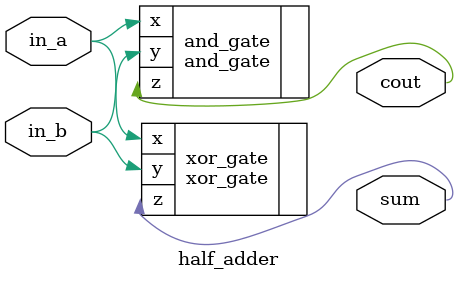
<source format=v>
`timescale 1ns/1ps
module half_adder(
//input
in_a,
in_b,
//output
sum,
cout
);
input in_a;
input in_b;
output sum;
output cout;

xor_gate xor_gate(
.x(in_a),
.y(in_b),
.z(sum)
);

and_gate and_gate(
.x(in_a),
.y(in_b),
.z(cout)
);

endmodule





</source>
